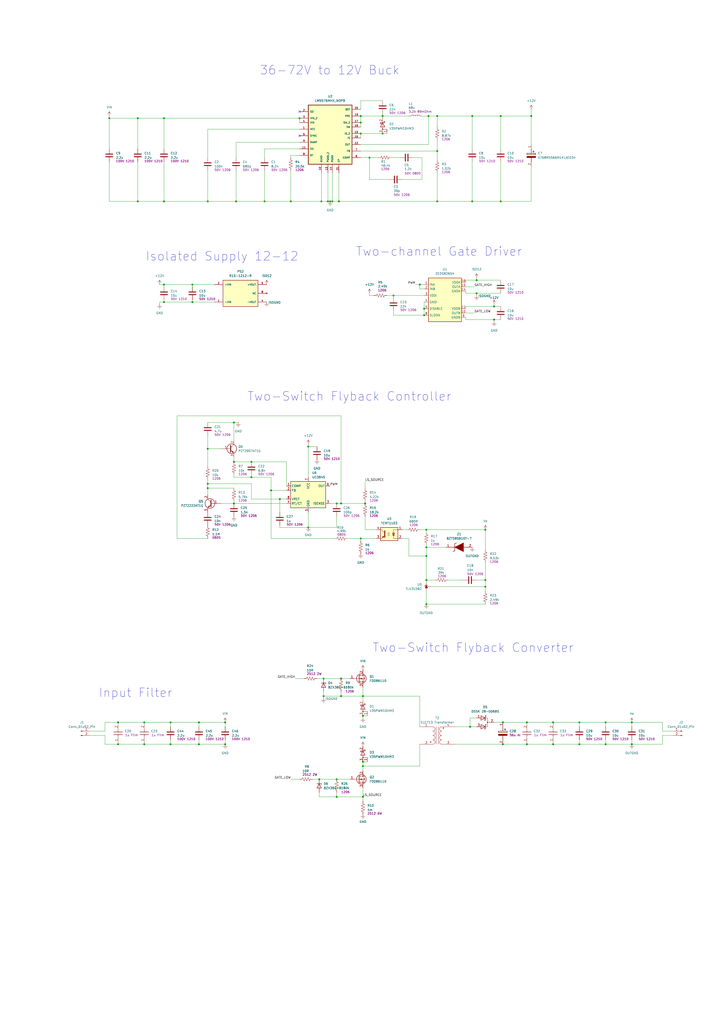
<source format=kicad_sch>
(kicad_sch (version 20231120) (generator "eeschema") (generator_version "8.0")
  (paper "A2" portrait)
  (junction (at 281.94 307.34))
  (junction (at 198.12 393.7))
  (junction (at 111.76 165.1))
  (junction (at 95.25 175.26))
  (junction (at 281.94 340.36))
  (junction (at 111.76 175.26))
  (junction (at 135.89 292.1))
  (junction (at 254 87.63))
  (junction (at 209.55 77.47))
  (junction (at 246.38 179.07))
  (junction (at 273.05 421.64))
  (junction (at 321.31 431.8))
  (junction (at 210.82 415.29))
  (junction (at 198.12 403.86))
  (junction (at 222.25 77.47))
  (junction (at 254 67.31))
  (junction (at 247.65 322.58))
  (junction (at 153.67 116.84))
  (junction (at 83.82 419.1))
  (junction (at 195.58 292.1))
  (junction (at 95.25 68.58))
  (junction (at 281.94 336.55))
  (junction (at 99.06 419.1))
  (junction (at 120.65 116.84))
  (junction (at 276.86 170.18))
  (junction (at 367.03 419.1))
  (junction (at 351.79 431.8))
  (junction (at 287.02 185.42))
  (junction (at 351.79 419.1))
  (junction (at 336.55 431.8))
  (junction (at 157.48 284.48))
  (junction (at 306.07 431.8))
  (junction (at 115.57 419.1))
  (junction (at 63.5 68.58))
  (junction (at 68.58 431.8))
  (junction (at 336.55 419.1))
  (junction (at 210.82 462.28))
  (junction (at 120.65 260.35))
  (junction (at 179.07 259.08))
  (junction (at 247.65 317.5))
  (junction (at 193.04 116.84))
  (junction (at 308.61 67.31))
  (junction (at 187.96 393.7))
  (junction (at 292.1 431.8))
  (junction (at 290.83 116.84))
  (junction (at 210.82 403.86))
  (junction (at 187.96 403.86))
  (junction (at 274.32 67.31))
  (junction (at 168.91 116.84))
  (junction (at 247.65 350.52))
  (junction (at 214.63 91.44))
  (junction (at 254 116.84))
  (junction (at 195.58 462.28))
  (junction (at 179.07 306.07))
  (junction (at 146.05 276.86))
  (junction (at 99.06 431.8))
  (junction (at 95.25 116.84))
  (junction (at 130.81 431.8))
  (junction (at 290.83 67.31))
  (junction (at 186.69 116.84))
  (junction (at 212.09 292.1))
  (junction (at 173.99 68.58))
  (junction (at 274.32 116.84))
  (junction (at 247.65 336.55))
  (junction (at 185.42 452.12))
  (junction (at 195.58 452.12))
  (junction (at 162.56 289.56))
  (junction (at 115.57 431.8))
  (junction (at 209.55 71.12))
  (junction (at 247.65 307.34))
  (junction (at 120.65 280.67))
  (junction (at 137.16 116.84))
  (junction (at 276.86 162.56))
  (junction (at 135.89 245.11))
  (junction (at 292.1 419.1))
  (junction (at 191.77 116.84))
  (junction (at 83.82 431.8))
  (junction (at 146.05 267.97))
  (junction (at 222.25 67.31))
  (junction (at 198.12 292.1))
  (junction (at 287.02 177.8))
  (junction (at 321.31 419.1))
  (junction (at 120.65 283.21))
  (junction (at 228.6 171.45))
  (junction (at 209.55 67.31))
  (junction (at 210.82 444.5))
  (junction (at 95.25 165.1))
  (junction (at 210.82 441.96))
  (junction (at 80.01 68.58))
  (junction (at 80.01 116.84))
  (junction (at 367.03 431.8))
  (junction (at 196.85 116.84))
  (junction (at 306.07 419.1))
  (junction (at 243.84 165.1))
  (junction (at 248.92 67.31))
  (junction (at 246.38 182.88))
  (junction (at 130.81 419.1))
  (junction (at 209.55 312.42))
  (junction (at 68.58 419.1))
  (junction (at 190.5 116.84))
  (junction (at 135.89 267.97))
  (no_connect (at 173.99 78.74))
  (no_connect (at 173.99 64.77))
  (wire (pts (xy 247.65 316.23) (xy 247.65 317.5)))
  (wire (pts (xy 247.65 307.34) (xy 243.84 307.34)))
  (wire (pts (xy 287.02 186.69) (xy 287.02 185.42)))
  (wire (pts (xy 336.55 429.26) (xy 336.55 431.8)))
  (wire (pts (xy 173.99 90.17) (xy 168.91 90.17)))
  (wire (pts (xy 237.49 322.58) (xy 247.65 322.58)))
  (wire (pts (xy 247.65 350.52) (xy 247.65 342.9)))
  (wire (pts (xy 351.79 419.1) (xy 351.79 421.64)))
  (wire (pts (xy 247.65 307.34) (xy 281.94 307.34)))
  (wire (pts (xy 193.04 116.84) (xy 196.85 116.84)))
  (wire (pts (xy 120.65 260.35) (xy 128.27 260.35)))
  (wire (pts (xy 162.56 289.56) (xy 146.05 289.56)))
  (wire (pts (xy 186.69 116.84) (xy 190.5 116.84)))
  (wire (pts (xy 187.96 393.7) (xy 198.12 393.7)))
  (wire (pts (xy 80.01 68.58) (xy 63.5 68.58)))
  (wire (pts (xy 245.11 104.14) (xy 245.11 91.44)))
  (wire (pts (xy 135.89 276.86) (xy 135.89 275.59)))
  (wire (pts (xy 157.48 312.42) (xy 157.48 284.48)))
  (wire (pts (xy 243.84 403.86) (xy 210.82 403.86)))
  (wire (pts (xy 185.42 462.28) (xy 185.42 459.74)))
  (wire (pts (xy 120.65 280.67) (xy 120.65 283.21)))
  (wire (pts (xy 270.51 177.8) (xy 287.02 177.8)))
  (wire (pts (xy 198.12 241.3) (xy 198.12 292.1)))
  (wire (pts (xy 336.55 431.8) (xy 321.31 431.8)))
  (wire (pts (xy 187.96 403.86) (xy 187.96 401.32)))
  (wire (pts (xy 137.16 82.55) (xy 137.16 91.44)))
  (wire (pts (xy 201.93 312.42) (xy 209.55 312.42)))
  (wire (pts (xy 173.99 86.36) (xy 153.67 86.36)))
  (wire (pts (xy 191.77 116.84) (xy 193.04 116.84)))
  (wire (pts (xy 209.55 67.31) (xy 209.55 71.12)))
  (wire (pts (xy 153.67 116.84) (xy 137.16 116.84)))
  (wire (pts (xy 168.91 452.12) (xy 173.99 452.12)))
  (wire (pts (xy 146.05 289.56) (xy 146.05 280.67)))
  (wire (pts (xy 135.89 245.11) (xy 120.65 245.11)))
  (wire (pts (xy 243.84 444.5) (xy 210.82 444.5)))
  (wire (pts (xy 166.37 267.97) (xy 146.05 267.97)))
  (wire (pts (xy 166.37 281.94) (xy 166.37 267.97)))
  (wire (pts (xy 241.3 165.1) (xy 243.84 165.1)))
  (wire (pts (xy 52.07 426.72) (xy 60.96 426.72)))
  (wire (pts (xy 95.25 165.1) (xy 95.25 166.37)))
  (wire (pts (xy 247.65 308.61) (xy 247.65 307.34)))
  (wire (pts (xy 153.67 99.06) (xy 153.67 116.84)))
  (wire (pts (xy 274.32 67.31) (xy 290.83 67.31)))
  (wire (pts (xy 195.58 452.12) (xy 203.2 452.12)))
  (wire (pts (xy 209.55 312.42) (xy 209.55 313.69)))
  (wire (pts (xy 120.65 260.35) (xy 120.65 270.51)))
  (wire (pts (xy 321.31 431.8) (xy 306.07 431.8)))
  (wire (pts (xy 228.6 171.45) (xy 228.6 172.72)))
  (wire (pts (xy 210.82 403.86) (xy 210.82 406.4)))
  (wire (pts (xy 384.81 424.18) (xy 384.81 419.1)))
  (wire (pts (xy 264.16 421.64) (xy 273.05 421.64)))
  (wire (pts (xy 209.55 63.5) (xy 209.55 58.42)))
  (wire (pts (xy 210.82 441.96) (xy 213.36 441.96)))
  (wire (pts (xy 254 67.31) (xy 254 73.66)))
  (wire (pts (xy 63.5 93.98) (xy 63.5 116.84)))
  (wire (pts (xy 135.89 265.43) (xy 135.89 267.97)))
  (wire (pts (xy 308.61 96.52) (xy 308.61 116.84)))
  (wire (pts (xy 367.03 419.1) (xy 367.03 421.64)))
  (wire (pts (xy 212.09 279.4) (xy 212.09 283.21)))
  (wire (pts (xy 243.84 431.8) (xy 243.84 444.5)))
  (wire (pts (xy 120.65 278.13) (xy 120.65 280.67)))
  (wire (pts (xy 135.89 292.1) (xy 166.37 292.1)))
  (wire (pts (xy 248.92 67.31) (xy 254 67.31)))
  (wire (pts (xy 102.87 312.42) (xy 102.87 241.3)))
  (wire (pts (xy 292.1 419.1) (xy 306.07 419.1)))
  (wire (pts (xy 190.5 116.84) (xy 191.77 116.84)))
  (wire (pts (xy 187.96 405.13) (xy 187.96 403.86)))
  (wire (pts (xy 168.91 99.06) (xy 168.91 116.84)))
  (wire (pts (xy 179.07 259.08) (xy 179.07 276.86)))
  (wire (pts (xy 281.94 326.39) (xy 281.94 336.55)))
  (wire (pts (xy 209.55 91.44) (xy 214.63 91.44)))
  (wire (pts (xy 166.37 289.56) (xy 162.56 289.56)))
  (wire (pts (xy 237.49 312.42) (xy 237.49 322.58)))
  (wire (pts (xy 111.76 175.26) (xy 124.46 175.26)))
  (wire (pts (xy 384.81 426.72) (xy 384.81 431.8)))
  (wire (pts (xy 212.09 299.72) (xy 212.09 307.34)))
  (wire (pts (xy 83.82 419.1) (xy 68.58 419.1)))
  (wire (pts (xy 198.12 393.7) (xy 203.2 393.7)))
  (wire (pts (xy 210.82 441.96) (xy 210.82 444.5)))
  (wire (pts (xy 102.87 241.3) (xy 198.12 241.3)))
  (wire (pts (xy 60.96 419.1) (xy 68.58 419.1)))
  (wire (pts (xy 270.51 166.37) (xy 275.59 166.37)))
  (wire (pts (xy 162.56 306.07) (xy 179.07 306.07)))
  (wire (pts (xy 246.38 167.64) (xy 243.84 167.64)))
  (wire (pts (xy 210.82 462.28) (xy 195.58 462.28)))
  (wire (pts (xy 190.5 100.33) (xy 190.5 116.84)))
  (wire (pts (xy 233.68 307.34) (xy 236.22 307.34)))
  (wire (pts (xy 367.03 419.1) (xy 351.79 419.1)))
  (wire (pts (xy 290.83 185.42) (xy 287.02 185.42)))
  (wire (pts (xy 246.38 179.07) (xy 246.38 182.88)))
  (wire (pts (xy 290.83 162.56) (xy 276.86 162.56)))
  (wire (pts (xy 275.59 181.61) (xy 270.51 181.61)))
  (wire (pts (xy 95.25 175.26) (xy 111.76 175.26)))
  (wire (pts (xy 274.32 116.84) (xy 290.83 116.84)))
  (wire (pts (xy 226.06 104.14) (xy 214.63 104.14)))
  (wire (pts (xy 99.06 429.26) (xy 99.06 431.8)))
  (wire (pts (xy 168.91 90.17) (xy 168.91 91.44)))
  (wire (pts (xy 198.12 292.1) (xy 212.09 292.1)))
  (wire (pts (xy 95.25 165.1) (xy 111.76 165.1)))
  (wire (pts (xy 273.05 416.56) (xy 273.05 421.64)))
  (wire (pts (xy 260.35 336.55) (xy 269.24 336.55)))
  (wire (pts (xy 391.16 424.18) (xy 384.81 424.18)))
  (wire (pts (xy 222.25 67.31) (xy 209.55 67.31)))
  (wire (pts (xy 250.19 340.36) (xy 281.94 340.36)))
  (wire (pts (xy 171.45 393.7) (xy 176.53 393.7)))
  (wire (pts (xy 99.06 431.8) (xy 83.82 431.8)))
  (wire (pts (xy 246.38 171.45) (xy 228.6 171.45)))
  (wire (pts (xy 254 67.31) (xy 274.32 67.31)))
  (wire (pts (xy 146.05 276.86) (xy 135.89 276.86)))
  (wire (pts (xy 276.86 336.55) (xy 281.94 336.55)))
  (wire (pts (xy 290.83 93.98) (xy 290.83 116.84)))
  (wire (pts (xy 111.76 173.99) (xy 111.76 175.26)))
  (wire (pts (xy 209.55 71.12) (xy 209.55 73.66)))
  (wire (pts (xy 209.55 58.42) (xy 222.25 58.42)))
  (wire (pts (xy 209.55 77.47) (xy 209.55 80.01)))
  (wire (pts (xy 179.07 257.81) (xy 179.07 259.08)))
  (wire (pts (xy 60.96 424.18) (xy 60.96 419.1)))
  (wire (pts (xy 351.79 429.26) (xy 351.79 431.8)))
  (wire (pts (xy 99.06 419.1) (xy 99.06 421.64)))
  (wire (pts (xy 336.55 419.1) (xy 351.79 419.1)))
  (wire (pts (xy 367.03 431.8) (xy 351.79 431.8)))
  (wire (pts (xy 240.03 91.44) (xy 245.11 91.44)))
  (wire (pts (xy 247.65 336.55) (xy 252.73 336.55)))
  (wire (pts (xy 290.83 116.84) (xy 308.61 116.84)))
  (wire (pts (xy 306.07 419.1) (xy 321.31 419.1)))
  (wire (pts (xy 179.07 297.18) (xy 179.07 306.07)))
  (wire (pts (xy 195.58 292.1) (xy 198.12 292.1)))
  (wire (pts (xy 95.25 68.58) (xy 95.25 86.36)))
  (wire (pts (xy 153.67 86.36) (xy 153.67 91.44)))
  (wire (pts (xy 227.33 91.44) (xy 232.41 91.44)))
  (wire (pts (xy 68.58 431.8) (xy 83.82 431.8)))
  (wire (pts (xy 135.89 290.83) (xy 135.89 292.1)))
  (wire (pts (xy 166.37 284.48) (xy 157.48 284.48)))
  (wire (pts (xy 270.51 185.42) (xy 287.02 185.42)))
  (wire (pts (xy 276.86 161.29) (xy 276.86 162.56)))
  (wire (pts (xy 212.09 307.34) (xy 218.44 307.34)))
  (wire (pts (xy 157.48 284.48) (xy 157.48 276.86)))
  (wire (pts (xy 209.55 77.47) (xy 222.25 77.47)))
  (wire (pts (xy 308.61 83.82) (xy 308.61 67.31)))
  (wire (pts (xy 181.61 452.12) (xy 185.42 452.12)))
  (wire (pts (xy 135.89 245.11) (xy 138.43 245.11)))
  (wire (pts (xy 247.65 317.5) (xy 247.65 322.58)))
  (wire (pts (xy 273.05 421.64) (xy 276.86 421.64)))
  (wire (pts (xy 128.27 292.1) (xy 135.89 292.1)))
  (wire (pts (xy 243.84 165.1) (xy 246.38 165.1)))
  (wire (pts (xy 198.12 401.32) (xy 198.12 403.86)))
  (wire (pts (xy 270.51 177.8) (xy 270.51 179.07)))
  (wire (pts (xy 146.05 280.67) (xy 120.65 280.67)))
  (wire (pts (xy 63.5 68.58) (xy 63.5 67.31)))
  (wire (pts (xy 276.86 162.56) (xy 270.51 162.56)))
  (wire (pts (xy 80.01 68.58) (xy 80.01 86.36)))
  (wire (pts (xy 391.16 426.72) (xy 384.81 426.72)))
  (wire (pts (xy 210.82 462.28) (xy 210.82 464.82)))
  (wire (pts (xy 287.02 176.53) (xy 287.02 177.8)))
  (wire (pts (xy 52.07 424.18) (xy 60.96 424.18)))
  (wire (pts (xy 99.06 419.1) (xy 115.57 419.1)))
  (wire (pts (xy 281.94 340.36) (xy 281.94 342.9)))
  (wire (pts (xy 247.65 336.55) (xy 247.65 337.82)))
  (wire (pts (xy 95.25 116.84) (xy 120.65 116.84)))
  (wire (pts (xy 146.05 276.86) (xy 146.05 275.59)))
  (wire (pts (xy 99.06 419.1) (xy 83.82 419.1)))
  (wire (pts (xy 60.96 431.8) (xy 68.58 431.8)))
  (wire (pts (xy 210.82 444.5) (xy 210.82 447.04)))
  (wire (pts (xy 63.5 68.58) (xy 63.5 86.36)))
  (wire (pts (xy 233.68 104.14) (xy 245.11 104.14)))
  (wire (pts (xy 120.65 283.21) (xy 120.65 287.02)))
  (wire (pts (xy 214.63 91.44) (xy 219.71 91.44)))
  (wire (pts (xy 290.83 67.31) (xy 290.83 86.36)))
  (wire (pts (xy 270.51 162.56) (xy 270.51 163.83)))
  (wire (pts (xy 274.32 86.36) (xy 274.32 67.31)))
  (wire (pts (xy 246.38 175.26) (xy 246.38 179.07)))
  (wire (pts (xy 137.16 116.84) (xy 120.65 116.84)))
  (wire (pts (xy 217.17 171.45) (xy 214.63 171.45)))
  (wire (pts (xy 179.07 259.08) (xy 184.15 259.08)))
  (wire (pts (xy 222.25 66.04) (xy 222.25 67.31)))
  (wire (pts (xy 185.42 452.12) (xy 195.58 452.12)))
  (wire (pts (xy 63.5 116.84) (xy 80.01 116.84)))
  (wire (pts (xy 233.68 312.42) (xy 237.49 312.42)))
  (wire (pts (xy 195.58 462.28) (xy 185.42 462.28)))
  (wire (pts (xy 276.86 171.45) (xy 276.86 170.18)))
  (wire (pts (xy 281.94 336.55) (xy 281.94 340.36)))
  (wire (pts (xy 336.55 421.64) (xy 336.55 419.1)))
  (wire (pts (xy 210.82 415.29) (xy 213.36 415.29)))
  (wire (pts (xy 196.85 116.84) (xy 254 116.84)))
  (wire (pts (xy 80.01 93.98) (xy 80.01 116.84)))
  (wire (pts (xy 173.99 68.58) (xy 95.25 68.58)))
  (wire (pts (xy 243.84 167.64) (xy 243.84 165.1)))
  (wire (pts (xy 248.92 83.82) (xy 248.92 67.31)))
  (wire (pts (xy 209.55 83.82) (xy 248.92 83.82)))
  (wire (pts (xy 135.89 283.21) (xy 120.65 283.21)))
  (wire (pts (xy 247.65 350.52) (xy 281.94 350.52)))
  (wire (pts (xy 168.91 116.84) (xy 186.69 116.84)))
  (wire (pts (xy 120.65 252.73) (xy 120.65 260.35)))
  (wire (pts (xy 214.63 171.45) (xy 214.63 170.18)))
  (wire (pts (xy 120.65 312.42) (xy 102.87 312.42)))
  (wire (pts (xy 95.25 173.99) (xy 95.25 175.26)))
  (wire (pts (xy 264.16 431.8) (xy 292.1 431.8)))
  (wire (pts (xy 222.25 77.47) (xy 224.79 77.47)))
  (wire (pts (xy 173.99 68.58) (xy 173.99 71.12)))
  (wire (pts (xy 191.77 292.1) (xy 195.58 292.1)))
  (wire (pts (xy 186.69 100.33) (xy 186.69 116.84)))
  (wire (pts (xy 214.63 104.14) (xy 214.63 91.44)))
  (wire (pts (xy 276.86 170.18) (xy 270.51 170.18)))
  (wire (pts (xy 367.03 429.26) (xy 367.03 431.8)))
  (wire (pts (xy 115.57 429.26) (xy 115.57 431.8)))
  (wire (pts (xy 308.61 67.31) (xy 308.61 63.5)))
  (wire (pts (xy 195.58 459.74) (xy 195.58 462.28)))
  (wire (pts (xy 270.51 185.42) (xy 270.51 184.15)))
  (wire (pts (xy 287.02 419.1) (xy 292.1 419.1)))
  (wire (pts (xy 157.48 276.86) (xy 146.05 276.86)))
  (wire (pts (xy 254 100.33) (xy 254 116.84)))
  (wire (pts (xy 80.01 116.84) (xy 95.25 116.84)))
  (wire (pts (xy 243.84 421.64) (xy 243.84 403.86)))
  (wire (pts (xy 247.65 317.5) (xy 259.08 317.5)))
  (wire (pts (xy 228.6 180.34) (xy 228.6 182.88)))
  (wire (pts (xy 222.25 68.58) (xy 222.25 67.31)))
  (wire (pts (xy 254 87.63) (xy 254 92.71)))
  (wire (pts (xy 146.05 267.97) (xy 135.89 267.97)))
  (wire (pts (xy 321.31 419.1) (xy 336.55 419.1)))
  (wire (pts (xy 210.82 457.2) (xy 210.82 462.28)))
  (wire (pts (xy 130.81 419.1) (xy 115.57 419.1)))
  (wire (pts (xy 306.07 431.8) (xy 292.1 431.8)))
  (wire (pts (xy 248.92 67.31) (xy 245.11 67.31)))
  (wire (pts (xy 210.82 416.56) (xy 210.82 415.29)))
  (wire (pts (xy 276.86 170.18) (xy 290.83 170.18)))
  (wire (pts (xy 210.82 398.78) (xy 210.82 403.86)))
  (wire (pts (xy 290.83 177.8) (xy 287.02 177.8)))
  (wire (pts (xy 137.16 99.06) (xy 137.16 116.84)))
  (wire (pts (xy 95.25 175.26) (xy 92.71 175.26)))
  (wire (pts (xy 274.32 116.84) (xy 254 116.84)))
  (wire (pts (xy 210.82 403.86) (xy 198.12 403.86)))
  (wire (pts (xy 92.71 176.53) (xy 92.71 175.26)))
  (wire (pts (xy 209.55 87.63) (xy 254 87.63)))
  (wire (pts (xy 212.09 290.83) (xy 212.09 292.1)))
  (wire (pts (xy 196.85 100.33) (xy 196.85 116.84)))
  (wire (pts (xy 281.94 307.34) (xy 281.94 318.77)))
  (wire (pts (xy 92.71 165.1) (xy 95.25 165.1)))
  (wire (pts (xy 228.6 182.88) (xy 246.38 182.88)))
  (wire (pts (xy 120.65 116.84) (xy 120.65 99.06)))
  (wire (pts (xy 168.91 116.84) (xy 153.67 116.84)))
  (wire (pts (xy 195.58 299.72) (xy 195.58 306.07)))
  (wire (pts (xy 193.04 100.33) (xy 193.04 116.84)))
  (wire (pts (xy 120.65 74.93) (xy 120.65 91.44)))
  (wire (pts (xy 290.83 67.31) (xy 308.61 67.31)))
  (wire (pts (xy 130.81 431.8) (xy 115.57 431.8)))
  (wire (pts (xy 224.79 171.45) (xy 228.6 171.45)))
  (wire (pts (xy 384.81 431.8) (xy 367.03 431.8)))
  (wire (pts (xy 254 81.28) (xy 254 87.63)))
  (wire (pts (xy 194.31 312.42) (xy 157.48 312.42)))
  (wire (pts (xy 111.76 165.1) (xy 111.76 166.37)))
  (wire (pts (xy 111.76 165.1) (xy 124.46 165.1)))
  (wire (pts (xy 130.81 431.8) (xy 130.81 429.26)))
  (wire (pts (xy 60.96 426.72) (xy 60.96 431.8)))
  (wire (pts (xy 115.57 419.1) (xy 115.57 421.64)))
  (wire (pts (xy 273.05 416.56) (xy 276.86 416.56)))
  (wire (pts (xy 384.81 419.1) (xy 367.03 419.1)))
  (wire (pts (xy 162.56 289.56) (xy 162.56 297.18)))
  (wire (pts (xy 135.89 255.27) (xy 135.89 245.11)))
  (wire (pts (xy 173.99 82.55) (xy 137.16 82.55)))
  (wire (pts (xy 198.12 403.86) (xy 187.96 403.86)))
  (wire (pts (xy 195.58 306.07) (xy 179.07 306.07)))
  (wire (pts (xy 95.25 68.58) (xy 80.01 68.58)))
  (wire (pts (xy 222.25 67.31) (xy 237.49 67.31)))
  (wire (pts (xy 184.15 393.7) (xy 187.96 393.7)))
  (wire (pts (xy 130.81 419.1) (xy 130.81 421.64)))
  (wire (pts (xy 173.99 74.93) (xy 120.65 74.93)))
  (wire (pts (xy 274.32 93.98) (xy 274.32 116.84)))
  (wire (pts (xy 209.55 312.42) (xy 218.44 312.42)))
  (wire (pts (xy 351.79 431.8) (xy 336.55 431.8)))
  (wire (pts (xy 95.25 93.98) (xy 95.25 116.84)))
  (wire (pts (xy 115.57 431.8) (xy 99.06 431.8)))
  (wire (pts (xy 270.51 170.18) (xy 270.51 168.91)))
  (wire (pts (xy 162.56 304.8) (xy 162.56 306.07)))
  (wire (pts (xy 247.65 322.58) (xy 247.65 336.55)))
  (circle (center 250.19 430.53) (radius 0.254) (stroke (width 0) (color 132 0 0 1)) (fill (type color) (color 132 0 0 1)))
  (circle (center 257.556 422.402) (radius 0.254) (stroke (width 0) (color 132 0 0 1)) (fill (type color) (color 132 0 0 1)))
  (text "Isolated Supply 12-12" (at 129.032 148.844 0) (effects (font (size 5.08 5.08))))
  (text "Two-Switch Flyback Converter" (at 274.828 375.92 0) (effects (font (size 5.08 5.08))))
  (text "Two-Switch Flyback Controller" (at 202.946 230.124 0) (effects (font (size 5.08 5.08))))
  (text "36-72V to 12V Buck" (at 191.516 40.894 0) (effects (font (size 5.08 5.08))))
  (text "Two-channel Gate Driver\n" (at 255.016 146.05 0) (effects (font (size 5.08 5.08))))
  (text "Input Filter" (at 78.74 402.082 0) (effects (font (size 5.08 5.08))))
  (label "GATE_LOW" (at 168.91 452.12 180))
  (label "PWM" (at 191.77 281.94 0))
  (label "PWM" (at 241.3 165.1 180))
  (label "LS_SOURCE" (at 212.09 279.4 0))
  (label "GATE_HIGH" (at 171.45 393.7 180))
  (label "LS_SOURCE" (at 210.82 462.28 0))
  (label "GATE_LOW" (at 275.59 181.61 0))
  (label "GATE_HIGH" (at 275.59 166.37 0))
  (symbol (lib_id "Device:Transformer_1P_1S") (at 254 426.72 0) (unit 1)
    (property "Reference" "T2" (at 254.0127 416.56 0))
    (property "Value" "ELE713 Transformer" (at 254.0127 419.1 0))
    (property "Footprint" "powerlabLibrary:ETD39_coilformer" (effects (hide yes)))
    (property "Description" "Transformer, single primary, single secondary" (effects (hide yes)))
  )
  (symbol (lib_id "Device:R_US") (at 210.82 468.63 0) (unit 1)
    (property "Reference" "R10" (at 213.36 467.3599 0) (effects (justify left)))
    (property "Value" "4m" (at 213.36 469.8999 0) (effects (justify left)))
    (property "Footprint" "Resistor_SMD:R_2512_6332Metric_Pad1.40x3.35mm_HandSolder" (effects (hide yes)))
    (property "Description" "2512 6W" (at 217.678 471.932 0))
  )
  (symbol (lib_id "Device:C") (at 153.67 95.25 0) (unit 1)
    (property "Reference" "C1" (at 157.48 93.9799 0) (effects (justify left)))
    (property "Value" "8.2n" (at 157.48 96.5199 0) (effects (justify left)))
    (property "Footprint" "Capacitor_SMD:C_1206_3216Metric_Pad1.33x1.80mm_HandSolder" (effects (hide yes)))
    (property "Description" "50V 1206" (at 162.306 98.552 0))
  )
  (symbol (lib_id "Device:R_US") (at 120.65 308.61 0) (unit 1)
    (property "Reference" "R12" (at 123.19 307.3399 0) (effects (justify left)))
    (property "Value" "1.1M" (at 123.19 309.8799 0) (effects (justify left)))
    (property "Footprint" "Resistor_SMD:R_0805_2012Metric_Pad1.20x1.40mm_HandSolder" (effects (hide yes)))
    (property "Description" "0805" (at 125.73 311.912 0))
  )
  (symbol (lib_id "power:GNDREF") (at 210.82 416.56 0) (unit 1)
    (property "Reference" "#PWR027" (effects (hide yes)))
    (property "Value" "GND" (at 210.82 421.64 0))
    (property "Description" "Power symbol creates a global label with name \"GNDREF\" , reference supply ground" (effects (hide yes)))
  )
  (symbol (lib_id "Device:C") (at 367.03 425.45 0) (unit 1)
    (property "Reference" "C31" (at 370.84 424.1799 0) (effects (justify left)))
    (property "Value" "10u" (at 370.84 426.7199 0) (effects (justify left)))
    (property "Footprint" "Capacitor_SMD:C_1210_3225Metric_Pad1.33x2.70mm_HandSolder" (effects (hide yes)))
    (property "Datasheet" "https://weblib.samsungsem.com/mlcc/mlcc-ec-data-sheet.do?partNumber=CL32Y226KAVVPN" (effects (hide yes)))
    (property "Description" "50V 1210" (at 375.666 428.752 0))
  )
  (symbol (lib_id "Device:C") (at 63.5 90.17 0) (unit 1)
    (property "Reference" "C9" (at 67.31 88.8999 0) (effects (justify left)))
    (property "Value" "2.2u" (at 67.31 91.4399 0) (effects (justify left)))
    (property "Footprint" "Capacitor_SMD:C_1210_3225Metric_Pad1.33x2.70mm_HandSolder" (effects (hide yes)))
    (property "Description" "100V 1210" (at 72.644 93.472 0))
  )
  (symbol (lib_id "Device:R_US") (at 168.91 95.25 0) (unit 1)
    (property "Reference" "R4" (at 171.45 93.9799 0) (effects (justify left)))
    (property "Value" "20.5k" (at 171.45 96.5199 0) (effects (justify left)))
    (property "Footprint" "Resistor_SMD:R_1206_3216Metric_Pad1.30x1.75mm_HandSolder" (effects (hide yes)))
    (property "Description" "1206" (at 173.99 98.552 0))
  )
  (symbol (lib_id "power:GNDREF") (at 179.07 306.07 0) (unit 1)
    (property "Reference" "#PWR011" (effects (hide yes)))
    (property "Value" "GND" (at 179.07 310.388 0))
    (property "Description" "Power symbol creates a global label with name \"GNDREF\" , reference supply ground" (effects (hide yes)))
  )
  (symbol (lib_id "Device:R_US") (at 220.98 171.45 90) (unit 1)
    (property "Reference" "R5" (at 222.25 163.83 90) (effects (justify left)))
    (property "Value" "2.49k" (at 225.044 166.1161 90) (effects (justify left)))
    (property "Footprint" "Resistor_SMD:R_1206_3216Metric_Pad1.30x1.75mm_HandSolder" (effects (hide yes)))
    (property "Description" "1206" (at 221.996 168.4021 90))
  )
  (symbol (lib_id "Device:R_US") (at 254 96.52 0) (unit 1)
    (property "Reference" "R3" (at 256.54 95.2499 0) (effects (justify left)))
    (property "Value" "1.02k" (at 256.54 97.7899 0) (effects (justify left)))
    (property "Footprint" "Resistor_SMD:R_1206_3216Metric_Pad1.30x1.75mm_HandSolder" (effects (hide yes)))
    (property "Description" "1206" (at 259.08 99.822 0))
  )
  (symbol (lib_id "power:VDC") (at 130.81 419.1 0) (unit 1)
    (property "Reference" "#PWR018" (effects (hide yes)))
    (property "Value" "VIN" (at 130.81 414.02 0))
    (property "Description" "Power symbol creates a global label with name \"VDC\"" (effects (hide yes)))
  )
  (symbol (lib_id "powerlabLibrary:R82EC4100DQ70J") (at 83.82 431.8 90) (unit 1)
    (property "Reference" "C23" (at 87.63 424.1799 90) (effects (justify right)))
    (property "Value" "R82EC4100DQ70J" (effects (hide yes)))
    (property "Footprint" "powerlabLibrary:R82EC4100DQ70J" (effects (hide yes)))
    (property "Datasheet" "https://content.kemet.com/datasheets/KEM_F3101_R82.pdf" (effects (hide yes)))
    (property "Description" "1u Film" (at 91.694 426.466 90))
    (property "Height" "11" (effects (hide yes)))
    (property "Manufacturer_Name" "KEMET" (effects (hide yes)))
    (property "Manufacturer_Part_Number" "R82EC4100DQ70J" (effects (hide yes)))
    (property "Mouser Part Number" "80-R82EC4100DQ70J" (effects (hide yes)))
    (property "Mouser Price/Stock" "https://www.mouser.co.uk/ProductDetail/KEMET/R82EC4100DQ70J?qs=06HLYMEcjuWQy8lv4UI%252BQg%3D%3D" (effects (hide yes)))
    (property "Arrow Part Number" "R82EC4100DQ70J" (effects (hide yes)))
    (property "Arrow Price/Stock" "https://www.arrow.com/en/products/r82ec4100dq70j/kemet-corporation?region=nac" (effects (hide yes)))
  )
  (symbol (lib_id "Device:R_US") (at 209.55 317.5 0) (unit 1)
    (property "Reference" "R6" (at 212.09 316.2299 0) (effects (justify left)))
    (property "Value" "1k" (at 212.09 318.7699 0) (effects (justify left)))
    (property "Footprint" "Resistor_SMD:R_1206_3216Metric_Pad1.30x1.75mm_HandSolder" (effects (hide yes)))
    (property "Description" "1206" (at 214.63 320.802 0))
  )
  (symbol (lib_id "power:+12V") (at 214.63 170.18 0) (unit 1)
    (property "Reference" "#PWR08" (effects (hide yes)))
    (property "Value" "+12V" (at 214.63 165.1 0))
    (property "Description" "Power symbol creates a global label with name \"+12V\"" (effects (hide yes)))
  )
  (symbol (lib_id "power:GNDREF") (at 184.15 266.7 0) (unit 1)
    (property "Reference" "#PWR020" (effects (hide yes)))
    (property "Value" "GND" (at 184.15 271.78 0))
    (property "Description" "Power symbol creates a global label with name \"GNDREF\" , reference supply ground" (effects (hide yes)))
  )
  (symbol (lib_id "power:GNDREF") (at 138.43 245.11 0) (unit 1)
    (property "Reference" "#PWR012" (effects (hide yes)))
    (property "Value" "GND" (at 138.43 250.19 0))
    (property "Description" "Power symbol creates a global label with name \"GNDREF\" , reference supply ground" (effects (hide yes)))
  )
  (symbol (lib_id "Device:C") (at 195.58 295.91 0) (unit 1)
    (property "Reference" "C26" (at 199.39 294.6399 0) (effects (justify left)))
    (property "Value" "100p" (at 199.39 297.1799 0) (effects (justify left)))
    (property "Footprint" "Capacitor_SMD:C_1206_3216Metric_Pad1.33x1.80mm_HandSolder" (effects (hide yes)))
    (property "Description" "50V 1206" (at 204.216 299.212 0))
  )
  (symbol (lib_id "powerlabLibrary:BZX384-B15") (at 187.96 397.51 270) (unit 1)
    (property "Reference" "D4" (at 190.5 396.2399 90) (effects (justify left)))
    (property "Value" "BZX384-B15" (at 190.5 398.7799 90) (effects (justify left)))
    (property "Footprint" "Diode_SMD:D_SOD-323_HandSoldering" (effects (hide yes)))
    (property "Datasheet" "https://assets.nexperia.com/documents/data-sheet/BZX384_SER.pdf" (effects (hide yes)))
    (property "Description" "Zener Diode 15 V 300 mW SOD-323" (effects (hide yes)))
  )
  (symbol (lib_id "powerlabLibrary:PZT2222AT1G") (at 123.19 292.1 0) (mirror y) (unit 1)
    (property "Reference" "Q5" (at 118.11 290.8299 0) (effects (justify left)))
    (property "Value" "PZT2222AT1G" (at 118.11 293.3699 0) (effects (justify left)))
    (property "Footprint" "Package_TO_SOT_SMD:SOT-223-3_TabPin2" (effects (hide yes)))
    (property "Datasheet" "https://www.onsemi.com/pdf/datasheet/pzt2222at1-d.pdf" (effects (hide yes)))
    (property "Description" "NPN transistor, 2222" (effects (hide yes)))
  )
  (symbol (lib_id "Device:R_US") (at 135.89 271.78 0) (unit 1)
    (property "Reference" "R7" (at 138.43 270.5099 0) (effects (justify left)))
    (property "Value" "10k" (at 138.43 273.0499 0) (effects (justify left)))
    (property "Footprint" "Resistor_SMD:R_1206_3216Metric_Pad1.30x1.75mm_HandSolder" (effects (hide yes)))
    (property "Description" "1206" (at 140.97 275.082 0))
  )
  (symbol (lib_id "Device:C") (at 95.25 170.18 0) (unit 1)
    (property "Reference" "C14" (at 99.06 168.9099 0) (effects (justify left)))
    (property "Value" "10u" (at 99.06 171.4499 0) (effects (justify left)))
    (property "Footprint" "Capacitor_SMD:C_1210_3225Metric_Pad1.33x2.70mm_HandSolder" (effects (hide yes)))
    (property "Datasheet" "https://weblib.samsungsem.com/mlcc/mlcc-ec-data-sheet.do?partNumber=CL32Y226KAVVPN" (effects (hide yes)))
    (property "Description" "50V 1210" (at 103.886 173.482 0))
  )
  (symbol (lib_id "Device:R_US") (at 223.52 91.44 90) (unit 1)
    (property "Reference" "R1" (at 224.028 93.726 90) (effects (justify left)))
    (property "Value" "46.4k" (at 226.822 96.012 90) (effects (justify left)))
    (property "Footprint" "Resistor_SMD:R_1206_3216Metric_Pad1.30x1.75mm_HandSolder" (effects (hide yes)))
    (property "Description" "1206" (at 223.774 98.044 90))
  )
  (symbol (lib_id "Device:C") (at 99.06 425.45 0) (unit 1)
    (property "Reference" "C44" (at 102.87 424.1799 0) (effects (justify left)))
    (property "Value" "2.2u" (at 102.87 426.7199 0) (effects (justify left)))
    (property "Footprint" "Capacitor_SMD:C_1210_3225Metric_Pad1.33x2.70mm_HandSolder" (effects (hide yes)))
    (property "Description" "100V 1210" (at 108.204 428.752 0))
  )
  (symbol (lib_id "Device:C") (at 274.32 90.17 0) (unit 1)
    (property "Reference" "C8" (at 278.13 88.8999 0) (effects (justify left)))
    (property "Value" "10u" (at 278.13 91.4399 0) (effects (justify left)))
    (property "Footprint" "Capacitor_SMD:C_1210_3225Metric_Pad1.33x2.70mm_HandSolder" (effects (hide yes)))
    (property "Datasheet" "https://weblib.samsungsem.com/mlcc/mlcc-ec-data-sheet.do?partNumber=CL32Y226KAVVPN" (effects (hide yes)))
    (property "Description" "50V 1210" (at 282.956 93.472 0))
  )
  (symbol (lib_id "Device:R_US") (at 240.03 307.34 90) (unit 1)
    (property "Reference" "R19" (at 241.808 299.974 90) (effects (justify left)))
    (property "Value" "680R" (at 242.824 302.514 90) (effects (justify left)))
    (property "Footprint" "Resistor_SMD:R_1206_3216Metric_Pad1.30x1.75mm_HandSolder" (effects (hide yes)))
    (property "Description" "1206" (at 240.284 304.546 90))
  )
  (symbol (lib_id "Device:R_US") (at 135.89 287.02 0) (unit 1)
    (property "Reference" "R13" (at 138.43 285.7499 0) (effects (justify left)))
    (property "Value" "5.76k" (at 138.43 288.2899 0) (effects (justify left)))
    (property "Footprint" "Resistor_SMD:R_1206_3216Metric_Pad1.30x1.75mm_HandSolder" (effects (hide yes)))
    (property "Description" "1206" (at 140.97 290.322 0))
  )
  (symbol (lib_id "powerlabLibrary:V35PWM10HM3") (at 210.82 410.21 270) (unit 1)
    (property "Reference" "D1" (at 214.63 409.8289 90) (effects (justify left)))
    (property "Value" "V35PWM10HM3" (at 214.63 412.3689 90) (effects (justify left)))
    (property "Footprint" "Package_TO_SOT_SMD:TO-252-2" (effects (hide yes)))
    (property "Datasheet" "https://www.vishay.com/docs/87502/v35pwm10.pdf" (effects (hide yes)))
    (property "Description" "100V 35A, Ultra Low VF = 0.41 V at IF = 5 A" (effects (hide yes)))
  )
  (symbol (lib_id "Device:C") (at 146.05 271.78 0) (unit 1)
    (property "Reference" "C22" (at 149.86 270.5099 0) (effects (justify left)))
    (property "Value" "6.8n" (at 149.86 273.0499 0) (effects (justify left)))
    (property "Footprint" "Capacitor_SMD:C_1206_3216Metric_Pad1.33x1.80mm_HandSolder" (effects (hide yes)))
    (property "Description" "50V 1206" (at 154.686 275.082 0))
  )
  (symbol (lib_id "Device:C") (at 80.01 90.17 0) (unit 1)
    (property "Reference" "C11" (at 83.82 88.8999 0) (effects (justify left)))
    (property "Value" "2.2u" (at 83.82 91.4399 0) (effects (justify left)))
    (property "Footprint" "Capacitor_SMD:C_1210_3225Metric_Pad1.33x2.70mm_HandSolder" (effects (hide yes)))
    (property "Description" "100V 1210" (at 89.154 93.472 0))
  )
  (symbol (lib_id "Device:C") (at 120.65 300.99 0) (unit 1)
    (property "Reference" "C24" (at 124.46 299.7199 0) (effects (justify left)))
    (property "Value" "10n" (at 124.46 302.2599 0) (effects (justify left)))
    (property "Footprint" "Capacitor_SMD:C_1206_3216Metric_Pad1.33x1.80mm_HandSolder" (effects (hide yes)))
    (property "Description" "50V 1206" (at 129.286 304.292 0))
  )
  (symbol (lib_id "Device:C") (at 290.83 181.61 0) (unit 1)
    (property "Reference" "C16" (at 294.64 180.3399 0) (effects (justify left)))
    (property "Value" "10u" (at 294.64 182.8799 0) (effects (justify left)))
    (property "Footprint" "Capacitor_SMD:C_1210_3225Metric_Pad1.33x2.70mm_HandSolder" (effects (hide yes)))
    (property "Datasheet" "https://weblib.samsungsem.com/mlcc/mlcc-ec-data-sheet.do?partNumber=CL32Y226KAVVPN" (effects (hide yes)))
    (property "Description" "50V 1210" (at 299.466 184.912 0))
  )
  (symbol (lib_id "Device:C") (at 336.55 425.45 0) (unit 1)
    (property "Reference" "C29" (at 340.36 424.1799 0) (effects (justify left)))
    (property "Value" "10u" (at 340.36 426.7199 0) (effects (justify left)))
    (property "Footprint" "Capacitor_SMD:C_1210_3225Metric_Pad1.33x2.70mm_HandSolder" (effects (hide yes)))
    (property "Datasheet" "https://weblib.samsungsem.com/mlcc/mlcc-ec-data-sheet.do?partNumber=CL32Y226KAVVPN" (effects (hide yes)))
    (property "Description" "50V 1210" (at 345.186 428.752 0))
  )
  (symbol (lib_id "powerlabLibrary:BZT585B10T-7") (at 259.08 317.5 0) (unit 1)
    (property "Reference" "Z1" (at 266.7 309.88 0))
    (property "Value" "BZT585B10T-7" (at 266.7 312.42 0))
    (property "Footprint" "powerlabLibrary:SODFL1608X65N" (effects (hide yes)))
    (property "Datasheet" "https://www.diodes.com//assets/Datasheets/BZT585BxVxT.pdf" (effects (hide yes)))
    (property "Description" "Diodes Inc, 10V Zener Diode +/-2% 350 mW SMT 2-Pin SOD-523" (effects (hide yes)))
    (property "Height" "0.65" (effects (hide yes)))
    (property "Manufacturer_Name" "Diodes Incorporated" (effects (hide yes)))
    (property "Manufacturer_Part_Number" "BZT585B10T-7" (effects (hide yes)))
    (property "Mouser Part Number" "621-BZT585B10T-7" (effects (hide yes)))
    (property "Mouser Price/Stock" "https://www.mouser.co.uk/ProductDetail/Diodes-Incorporated/BZT585B10T-7?qs=bLNvM6dkO6SpbzFcVXTnnA%3D%3D" (effects (hide yes)))
    (property "Arrow Part Number" "BZT585B10T-7" (effects (hide yes)))
    (property "Arrow Price/Stock" "https://www.arrow.com/en/products/bzt585b10t-7/diodes-incorporated" (effects (hide yes)))
  )
  (symbol (lib_id "Device:C") (at 222.25 62.23 0) (unit 1)
    (property "Reference" "C6" (at 226.06 60.9599 0) (effects (justify left)))
    (property "Value" "22n" (at 226.06 63.4999 0) (effects (justify left)))
    (property "Footprint" "Capacitor_SMD:C_1206_3216Metric_Pad1.33x1.80mm_HandSolder" (effects (hide yes)))
    (property "Description" "50V 1206" (at 230.886 65.532 0))
  )
  (symbol (lib_id "Device:R_US") (at 247.65 312.42 0) (unit 1)
    (property "Reference" "R17" (at 250.19 311.1499 0) (effects (justify left)))
    (property "Value" "1k" (at 250.19 313.6899 0) (effects (justify left)))
    (property "Footprint" "Resistor_SMD:R_1206_3216Metric_Pad1.30x1.75mm_HandSolder" (effects (hide yes)))
    (property "Description" "1206" (at 252.73 315.722 0))
  )
  (symbol (lib_id "Device:C") (at 228.6 176.53 0) (unit 1)
    (property "Reference" "C15" (at 232.41 175.2599 0) (effects (justify left)))
    (property "Value" "22n" (at 232.41 177.7999 0) (effects (justify left)))
    (property "Footprint" "Capacitor_SMD:C_1206_3216Metric_Pad1.33x1.80mm_HandSolder" (effects (hide yes)))
    (property "Description" "50V 1206" (at 237.236 179.832 0))
  )
  (symbol (lib_id "power:+12V") (at 308.61 63.5 0) (unit 1)
    (property "Reference" "#PWR05" (effects (hide yes)))
    (property "Value" "+12V" (at 308.61 58.42 0))
    (property "Description" "Power symbol creates a global label with name \"+12V\"" (effects (hide yes)))
  )
  (symbol (lib_id "Device:C") (at 229.87 104.14 90) (unit 1)
    (property "Reference" "C3" (at 231.267 108.3309 90) (effects (justify left)))
    (property "Value" "39p" (at 232.41 110.744 90) (effects (justify left)))
    (property "Footprint" "Capacitor_SMD:C_1206_3216Metric_Pad1.33x1.80mm_HandSolder" (effects (hide yes)))
    (property "Description" "50V 1206" (at 233.426 113.03 90))
  )
  (symbol (lib_id "power:GNDREF") (at 130.81 431.8 0) (unit 1)
    (property "Reference" "#PWR019" (effects (hide yes)))
    (property "Value" "GND" (at 130.81 436.88 0))
    (property "Description" "Power symbol creates a global label with name \"GNDREF\" , reference supply ground" (effects (hide yes)))
  )
  (symbol (lib_id "Device:C") (at 351.79 425.45 0) (unit 1)
    (property "Reference" "C30" (at 355.6 424.1799 0) (effects (justify left)))
    (property "Value" "10u" (at 355.6 426.7199 0) (effects (justify left)))
    (property "Footprint" "Capacitor_SMD:C_1210_3225Metric_Pad1.33x2.70mm_HandSolder" (effects (hide yes)))
    (property "Datasheet" "https://weblib.samsungsem.com/mlcc/mlcc-ec-data-sheet.do?partNumber=CL32Y226KAVVPN" (effects (hide yes)))
    (property "Description" "50V 1210" (at 360.426 428.752 0))
  )
  (symbol (lib_id "Connector:Conn_01x02_Pin") (at 396.24 424.18 0) (mirror y) (unit 1)
    (property "Reference" "J2" (at 395.605 419.1 0))
    (property "Value" "Conn_01x02_Pin" (at 395.605 421.64 0))
    (property "Footprint" "TerminalBlock_Phoenix:TerminalBlock_Phoenix_MKDS-1,5-2_1x02_P5.00mm_Horizontal" (effects (hide yes)))
    (property "Description" "Generic connector, single row, 01x02, script generated" (effects (hide yes)))
  )
  (symbol (lib_id "powerlabLibrary:PZT2907AT1G") (at 133.35 260.35 0) (unit 1)
    (property "Reference" "Q6" (at 138.43 259.0799 0) (effects (justify left)))
    (property "Value" "PZT2907AT1G" (at 138.43 261.6199 0) (effects (justify left)))
    (property "Footprint" "Package_TO_SOT_SMD:SOT-223-3_TabPin2" (effects (hide yes)))
    (property "Datasheet" "https://www.onsemi.com/download/data-sheet/pdf/pzt2907at1-d.pdf" (effects (hide yes)))
    (property "Description" "PNP transistor, 2907" (effects (hide yes)))
  )
  (symbol (lib_id "Device:R_US") (at 212.09 287.02 0) (unit 1)
    (property "Reference" "R14" (at 214.63 285.7499 0) (effects (justify left)))
    (property "Value" "4.22k" (at 214.63 288.2899 0) (effects (justify left)))
    (property "Footprint" "Resistor_SMD:R_1206_3216Metric_Pad1.30x1.75mm_HandSolder" (effects (hide yes)))
    (property "Description" "1206" (at 217.17 290.322 0))
  )
  (symbol (lib_id "Device:L") (at 241.3 67.31 90) (unit 1)
    (property "Reference" "L1" (at 239.776 60.198 90) (effects (justify left)))
    (property "Value" "68u" (at 241.046 62.484 90) (effects (justify left)))
    (property "Footprint" "powerlabLibrary:WE-PD_1210" (effects (hide yes)))
    (property "Description" "3.2A 89mOhm" (at 244.094 64.77 90))
  )
  (symbol (lib_id "Device:C") (at 120.65 248.92 0) (unit 1)
    (property "Reference" "C21" (at 124.46 247.6499 0) (effects (justify left)))
    (property "Value" "4.7u" (at 124.46 250.1899 0) (effects (justify left)))
    (property "Footprint" "Capacitor_SMD:C_1206_3216Metric_Pad1.33x1.80mm_HandSolder" (effects (hide yes)))
    (property "Description" "50V 1206" (at 129.286 252.222 0))
  )
  (symbol (lib_id "powerlabLibrary:A768MS566M1KLAE034") (at 308.61 83.82 270) (unit 1)
    (property "Reference" "C7" (at 312.42 88.8999 90) (effects (justify left)))
    (property "Value" "A768MS566M1KLAE034" (at 312.42 91.4399 90) (effects (justify left)))
    (property "Footprint" "powerlabLibrary:CAPAE1030X1270N" (effects (hide yes)))
    (property "Datasheet" "https://search.kemet.com/component-documentation/download/specsheet/A768MS566M1KLAE034" (effects (hide yes)))
    (property "Description" "A768, Aluminum, Polymer Aluminum, 56 uF, 20%, 80 VDC, -55/+125C, 125C, -55C, 125C, 2,000 Hrs, 34 mOhms, 896 uA, 10mm, 12.2mm, 400" (effects (hide yes)))
    (property "Height" "12.7" (effects (hide yes)))
    (property "Manufacturer_Name" "KEMET" (effects (hide yes)))
    (property "Manufacturer_Part_Number" "A768MS566M1KLAE034" (effects (hide yes)))
    (property "Mouser Part Number" "80-A768MS566M1KLAE34" (effects (hide yes)))
    (property "Mouser Price/Stock" "https://www.mouser.co.uk/ProductDetail/KEMET/A768MS566M1KLAE034?qs=vmHwEFxEFR84FNNyozNSBg%3D%3D" (effects (hide yes)))
    (property "Arrow Part Number" "A768MS566M1KLAE034" (effects (hide yes)))
    (property "Arrow Price/Stock" "https://www.arrow.com/en/products/a768ms566m1klae034/kemet-corporation?region=nac" (effects (hide yes)))
  )
  (symbol (lib_id "power:GNDREF") (at 154.94 175.26 0) (unit 1)
    (property "Reference" "#PWR03" (effects (hide yes)))
    (property "Value" "ISOGND" (at 159.512 175.514 0))
    (property "Description" "Power symbol creates a global label with name \"GNDREF\" , reference supply ground" (effects (hide yes)))
  )
  (symbol (lib_id "powerlabLibrary:BZX384-B15") (at 185.42 455.93 270) (unit 1)
    (property "Reference" "D6" (at 187.96 454.6599 90) (effects (justify left)))
    (property "Value" "BZX384-B15" (at 187.96 457.1999 90) (effects (justify left)))
    (property "Footprint" "Diode_SMD:D_SOD-323_HandSoldering" (effects (hide yes)))
    (property "Datasheet" "https://assets.nexperia.com/documents/data-sheet/BZX384_SER.pdf" (effects (hide yes)))
    (property "Description" "Zener Diode 15 V 300 mW SOD-323" (effects (hide yes)))
  )
  (symbol (lib_id "powerlabLibrary:R82EC4100DQ70J") (at 321.31 431.8 90) (unit 1)
    (property "Reference" "C33" (at 325.12 424.1799 90) (effects (justify right)))
    (property "Value" "R82EC4100DQ70J" (effects (hide yes)))
    (property "Footprint" "powerlabLibrary:R82EC4100DQ70J" (effects (hide yes)))
    (property "Datasheet" "https://content.kemet.com/datasheets/KEM_F3101_R82.pdf" (effects (hide yes)))
    (property "Description" "1u Film" (at 329.184 426.466 90))
    (property "Height" "11" (effects (hide yes)))
    (property "Manufacturer_Name" "KEMET" (effects (hide yes)))
    (property "Manufacturer_Part_Number" "R82EC4100DQ70J" (effects (hide yes)))
    (property "Mouser Part Number" "80-R82EC4100DQ70J" (effects (hide yes)))
    (property "Mouser Price/Stock" "https://www.mouser.co.uk/ProductDetail/KEMET/R82EC4100DQ70J?qs=06HLYMEcjuWQy8lv4UI%252BQg%3D%3D" (effects (hide yes)))
    (property "Arrow Part Number" "R82EC4100DQ70J" (effects (hide yes)))
    (property "Arrow Price/Stock" "https://www.arrow.com/en/products/r82ec4100dq70j/kemet-corporation?region=nac" (effects (hide yes)))
  )
  (symbol (lib_id "power:GNDREF") (at 135.89 299.72 0) (unit 1)
    (property "Reference" "#PWR013" (effects (hide yes)))
    (property "Value" "GND" (at 135.89 304.8 0))
    (property "Description" "Power symbol creates a global label with name \"GNDREF\" , reference supply ground" (effects (hide yes)))
  )
  (symbol (lib_id "power:GNDREF") (at 92.71 176.53 0) (unit 1)
    (property "Reference" "#PWR07" (effects (hide yes)))
    (property "Value" "GND" (at 92.71 181.61 0))
    (property "Description" "Power symbol creates a global label with name \"GNDREF\" , reference supply ground" (effects (hide yes)))
  )
  (symbol (lib_id "Device:C") (at 120.65 95.25 0) (unit 1)
    (property "Reference" "C2" (at 124.46 93.9799 0) (effects (justify left)))
    (property "Value" "100n" (at 124.46 96.5199 0) (effects (justify left)))
    (property "Footprint" "Capacitor_SMD:C_1206_3216Metric_Pad1.33x1.80mm_HandSolder" (effects (hide yes)))
    (property "Description" "50V 1206" (at 129.286 98.552 0))
  )
  (symbol (lib_id "Device:C") (at 290.83 166.37 0) (unit 1)
    (property "Reference" "C17" (at 294.64 165.0999 0) (effects (justify left)))
    (property "Value" "10u" (at 294.64 167.6399 0) (effects (justify left)))
    (property "Footprint" "Capacitor_SMD:C_1210_3225Metric_Pad1.33x2.70mm_HandSolder" (effects (hide yes)))
    (property "Datasheet" "https://weblib.samsungsem.com/mlcc/mlcc-ec-data-sheet.do?partNumber=CL32Y226KAVVPN" (effects (hide yes)))
    (property "Description" "50V 1210" (at 299.466 169.672 0))
  )
  (symbol (lib_id "powerlabLibrary:A768MS566M1KLAE034") (at 292.1 419.1 270) (unit 1)
    (property "Reference" "C28" (at 295.91 424.1799 90) (effects (justify left)))
    (property "Value" "A768MS566M1KLAE034" (effects (hide yes)))
    (property "Footprint" "powerlabLibrary:CAPAE1030X1270N" (effects (hide yes)))
    (property "Datasheet" "https://search.kemet.com/component-documentation/download/specsheet/A768MS566M1KLAE034" (effects (hide yes)))
    (property "Description" "56u Al" (at 299.212 426.466 90))
    (property "Height" "12.7" (effects (hide yes)))
    (property "Manufacturer_Name" "KEMET" (effects (hide yes)))
    (property "Manufacturer_Part_Number" "A768MS566M1KLAE034" (effects (hide yes)))
    (property "Mouser Part Number" "80-A768MS566M1KLAE34" (effects (hide yes)))
    (property "Mouser Price/Stock" "https://www.mouser.co.uk/ProductDetail/KEMET/A768MS566M1KLAE034?qs=vmHwEFxEFR84FNNyozNSBg%3D%3D" (effects (hide yes)))
    (property "Arrow Part Number" "A768MS566M1KLAE034" (effects (hide yes)))
    (property "Arrow Price/Stock" "https://www.arrow.com/en/products/a768ms566m1klae034/kemet-corporation?region=nac" (effects (hide yes)))
  )
  (symbol (lib_id "power:GNDREF") (at 367.03 431.8 0) (unit 1)
    (property "Reference" "#PWR031" (effects (hide yes)))
    (property "Value" "OUTGND" (at 367.03 436.88 0))
    (property "Description" "Power symbol creates a global label with name \"GNDREF\" , reference supply ground" (effects (hide yes)))
  )
  (symbol (lib_id "power:GNDREF") (at 209.55 321.31 0) (unit 1)
    (property "Reference" "#PWR014" (effects (hide yes)))
    (property "Value" "GND" (at 209.55 326.39 0))
    (property "Description" "Power symbol creates a global label with name \"GNDREF\" , reference supply ground" (effects (hide yes)))
  )
  (symbol (lib_id "power:+12V") (at 179.07 257.81 0) (unit 1)
    (property "Reference" "#PWR010" (effects (hide yes)))
    (property "Value" "+12V" (at 179.07 252.73 0))
    (property "Description" "Power symbol creates a global label with name \"+12V\"" (effects (hide yes)))
  )
  (symbol (lib_id "Device:R_US") (at 256.54 336.55 90) (unit 1)
    (property "Reference" "R21" (at 258.064 329.946 90) (effects (justify left)))
    (property "Value" "39k" (at 258.064 332.232 90) (effects (justify left)))
    (property "Footprint" "Resistor_SMD:R_1206_3216Metric_Pad1.30x1.75mm_HandSolder" (effects (hide yes)))
    (property "Description" "1206" (at 256.794 334.264 90))
  )
  (symbol (lib_id "Device:C") (at 162.56 300.99 0) (unit 1)
    (property "Reference" "C27" (at 166.37 299.7199 0) (effects (justify left)))
    (property "Value" "1u" (at 166.37 302.2599 0) (effects (justify left)))
    (property "Footprint" "Capacitor_SMD:C_1206_3216Metric_Pad1.33x1.80mm_HandSolder" (effects (hide yes)))
    (property "Description" "50V 1206" (at 171.196 304.292 0))
  )
  (symbol (lib_id "power:GNDREF") (at 247.65 350.52 0) (unit 1)
    (property "Reference" "#PWR015" (effects (hide yes)))
    (property "Value" "OUTGND" (at 247.65 355.6 0))
    (property "Description" "Power symbol creates a global label with name \"GNDREF\" , reference supply ground" (effects (hide yes)))
  )
  (symbol (lib_id "Device:C") (at 184.15 262.89 0) (unit 1)
    (property "Reference" "C19" (at 187.96 261.6199 0) (effects (justify left)))
    (property "Value" "10u" (at 187.96 264.1599 0) (effects (justify left)))
    (property "Footprint" "Capacitor_SMD:C_1210_3225Metric_Pad1.33x2.70mm_HandSolder" (effects (hide yes)))
    (property "Datasheet" "https://weblib.samsungsem.com/mlcc/mlcc-ec-data-sheet.do?partNumber=CL32Y226KAVVPN" (effects (hide yes)))
    (property "Description" "50V 1210" (at 192.786 266.192 0))
  )
  (symbol (lib_id "Device:C") (at 137.16 95.25 0) (unit 1)
    (property "Reference" "C4" (at 140.97 93.9799 0) (effects (justify left)))
    (property "Value" "680p" (at 140.97 96.5199 0) (effects (justify left)))
    (property "Footprint" "Capacitor_SMD:C_1206_3216Metric_Pad1.33x1.80mm_HandSolder" (effects (hide yes)))
    (property "Description" "50V 1206" (at 145.796 98.552 0))
  )
  (symbol (lib_id "Device:R_US") (at 195.58 455.93 0) (unit 1)
    (property "Reference" "R26" (at 198.12 454.6599 0) (effects (justify left)))
    (property "Value" "100k" (at 198.12 457.1999 0) (effects (justify left)))
    (property "Footprint" "Resistor_SMD:R_1206_3216Metric_Pad1.30x1.75mm_HandSolder" (effects (hide yes)))
    (property "Description" "1206" (at 200.66 459.486 0))
  )
  (symbol (lib_id "Device:C") (at 115.57 425.45 0) (unit 1)
    (property "Reference" "C45" (at 119.38 424.1799 0) (effects (justify left)))
    (property "Value" "2.2u" (at 119.38 426.7199 0) (effects (justify left)))
    (property "Footprint" "Capacitor_SMD:C_1210_3225Metric_Pad1.33x2.70mm_HandSolder" (effects (hide yes)))
    (property "Description" "100V 1210" (at 124.714 428.752 0))
  )
  (symbol (lib_id "powerlabLibrary:UC3845") (at 179.07 287.02 0) (unit 1)
    (property "Reference" "U6" (at 181.2641 274.32 0) (effects (justify left)))
    (property "Value" "UC3845" (at 181.2641 276.86 0) (effects (justify left)))
    (property "Footprint" "powerlabLibrary:SOIC127P599X175-8N" (effects (hide yes)))
    (property "Datasheet" "https://www.ti.com/lit/ds/symlink/uc3842.pdf" (effects (hide yes)))
    (property "Description" "50% Duty Cycle, 8.4V/7.6V UVLO, VSSOP-8" (effects (hide yes)))
  )
  (symbol (lib_id "Device:R_US") (at 281.94 346.71 0) (unit 1)
    (property "Reference" "R23" (at 284.48 345.4399 0) (effects (justify left)))
    (property "Value" "2.49k" (at 284.48 347.9799 0) (effects (justify left)))
    (property "Footprint" "Resistor_SMD:R_1206_3216Metric_Pad1.30x1.75mm_HandSolder" (effects (hide yes)))
    (property "Description" "1206" (at 287.02 350.012 0))
  )
  (symbol (lib_id "powerlabLibrary:FDD86110") (at 208.28 452.12 0) (unit 1)
    (property "Reference" "Q2" (at 214.63 450.8499 0) (effects (justify left)))
    (property "Value" "FDD86110" (at 214.63 453.3899 0) (effects (justify left)))
    (property "Footprint" "Package_TO_SOT_SMD:TO-252-2" (effects (hide yes)))
    (property "Datasheet" "https://www.onsemi.com/download/data-sheet/pdf/fdd86110-d.pdf" (effects (hide yes)))
    (property "Description" "50A Id, 100V Vds, OptiMOS5 N-Channel Power MOSFET, 10.2mOhm Ron, Qg (typ) 25nC, TO-252-2" (effects (hide yes)))
  )
  (symbol (lib_id "Device:C") (at 273.05 336.55 90) (unit 1)
    (property "Reference" "C18" (at 275.082 328.168 90) (effects (justify left)))
    (property "Value" "10n" (at 275.082 330.708 90) (effects (justify left)))
    (property "Footprint" "Capacitor_SMD:C_1206_3216Metric_Pad1.33x1.80mm_HandSolder" (effects (hide yes)))
    (property "Description" "50V 1206" (at 276.098 332.9941 90))
  )
  (symbol (lib_id "power:VDC") (at 63.5 67.31 0) (unit 1)
    (property "Reference" "#PWR06" (effects (hide yes)))
    (property "Value" "VIN" (at 63.5 62.23 0))
    (property "Description" "Power symbol creates a global label with name \"VDC\"" (effects (hide yes)))
  )
  (symbol (lib_id "power:+12V") (at 276.86 161.29 0) (unit 1)
    (property "Reference" "#PWR022" (effects (hide yes)))
    (property "Value" "ISO12" (at 276.86 156.21 0))
    (property "Description" "Power symbol creates a global label with name \"+12V\"" (effects (hide yes)))
  )
  (symbol (lib_id "Device:R_US") (at 281.94 322.58 0) (unit 1)
    (property "Reference" "R22" (at 284.48 321.3099 0) (effects (justify left)))
    (property "Value" "9.53k" (at 284.48 323.8499 0) (effects (justify left)))
    (property "Footprint" "Resistor_SMD:R_1206_3216Metric_Pad1.30x1.75mm_HandSolder" (effects (hide yes)))
    (property "Description" "1206" (at 287.02 325.882 0))
  )
  (symbol (lib_id "powerlabLibrary:R82EC4100DQ70J") (at 306.07 431.8 90) (unit 1)
    (property "Reference" "C32" (at 309.88 424.1799 90) (effects (justify right)))
    (property "Value" "R82EC4100DQ70J" (effects (hide yes)))
    (property "Footprint" "powerlabLibrary:R82EC4100DQ70J" (effects (hide yes)))
    (property "Datasheet" "https://content.kemet.com/datasheets/KEM_F3101_R82.pdf" (effects (hide yes)))
    (property "Description" "1u Film" (at 313.944 426.466 90))
    (property "Height" "11" (effects (hide yes)))
    (property "Manufacturer_Name" "KEMET" (effects (hide yes)))
    (property "Manufacturer_Part_Number" "R82EC4100DQ70J" (effects (hide yes)))
    (property "Mouser Part Number" "80-R82EC4100DQ70J" (effects (hide yes)))
    (property "Mouser Price/Stock" "https://www.mouser.co.uk/ProductDetail/KEMET/R82EC4100DQ70J?qs=06HLYMEcjuWQy8lv4UI%252BQg%3D%3D" (effects (hide yes)))
    (property "Arrow Part Number" "R82EC4100DQ70J" (effects (hide yes)))
    (property "Arrow Price/Stock" "https://www.arrow.com/en/products/r82ec4100dq70j/kemet-corporation?region=nac" (effects (hide yes)))
  )
  (symbol (lib_id "Device:R_US") (at 198.12 397.51 0) (unit 1)
    (property "Reference" "R9" (at 200.66 396.2399 0) (effects (justify left)))
    (property "Value" "100k" (at 200.66 398.7799 0) (effects (justify left)))
    (property "Footprint" "Resistor_SMD:R_1206_3216Metric_Pad1.30x1.75mm_HandSolder" (effects (hide yes)))
    (property "Description" "1206" (at 203.2 401.066 0))
  )
  (symbol (lib_id "Device:R_US") (at 212.09 295.91 0) (unit 1)
    (property "Reference" "R15" (at 214.63 294.6399 0) (effects (justify left)))
    (property "Value" "18.2k" (at 214.63 297.1799 0) (effects (justify left)))
    (property "Footprint" "Resistor_SMD:R_1206_3216Metric_Pad1.30x1.75mm_HandSolder" (effects (hide yes)))
    (property "Description" "1206" (at 217.17 299.212 0))
  )
  (symbol (lib_id "power:VDC") (at 367.03 419.1 0) (unit 1)
    (property "Reference" "#PWR030" (effects (hide yes)))
    (property "Value" "Vo" (at 367.03 414.02 0))
    (property "Description" "Power symbol creates a global label with name \"VDC\"" (effects (hide yes)))
  )
  (symbol (lib_id "powerlabLibrary:2EDS8265H") (at 257.81 171.45 0) (unit 1)
    (property "Reference" "U1" (at 258.445 156.21 0))
    (property "Value" "2EDS8265H" (at 258.445 158.75 0))
    (property "Footprint" "Package_SO:SOIC-16_3.9x9.9mm_P1.27mm" (effects (hide yes)))
    (property "Datasheet" "https://www.infineon.com/dgdl/Infineon-2EDB8259F-DataSheet-v01_04-EN.pdf?fileId=8ac78c8c85c5e5aa0185c6ef7106113e" (effects (hide yes)))
    (property "Description" "Dual-channel isolated gate-driver, +5 A/-9 A drive current, SOIC-16" (effects (hide yes)))
  )
  (symbol (lib_id "power:+12V") (at 154.94 165.1 0) (unit 1)
    (property "Reference" "#PWR01" (effects (hide yes)))
    (property "Value" "ISO12" (at 154.94 160.02 0))
    (property "Description" "Power symbol creates a global label with name \"+12V\"" (effects (hide yes)))
  )
  (symbol (lib_id "power:VDC") (at 210.82 433.07 0) (unit 1)
    (property "Reference" "#PWR029" (effects (hide yes)))
    (property "Value" "VIN" (at 210.82 427.99 0))
    (property "Description" "Power symbol creates a global label with name \"VDC\"" (effects (hide yes)))
  )
  (symbol (lib_id "power:GNDREF") (at 274.32 317.5 0) (unit 1)
    (property "Reference" "#PWR016" (effects (hide yes)))
    (property "Value" "OUTGND" (at 274.32 322.58 0))
    (property "Description" "Power symbol creates a global label with name \"GNDREF\" , reference supply ground" (effects (hide yes)))
  )
  (symbol (lib_id "power:VDC") (at 210.82 388.62 0) (unit 1)
    (property "Reference" "#PWR028" (effects (hide yes)))
    (property "Value" "VIN" (at 210.82 383.54 0))
    (property "Description" "Power symbol creates a global label with name \"VDC\"" (effects (hide yes)))
  )
  (symbol (lib_id "powerlabLibrary:V35PWM10HM3") (at 222.25 72.39 270) (unit 1)
    (property "Reference" "D2" (at 226.06 72.0089 90) (effects (justify left)))
    (property "Value" "V35PWM10HM3" (at 226.06 74.5489 90) (effects (justify left)))
    (property "Footprint" "Package_TO_SOT_SMD:TO-252-2" (effects (hide yes)))
    (property "Datasheet" "https://www.vishay.com/docs/87502/v35pwm10.pdf" (effects (hide yes)))
    (property "Description" "100V 35A, Ultra Low VF = 0.41 V at IF = 5 A" (effects (hide yes)))
  )
  (symbol (lib_id "powerlabLibrary:V35PWM10HM3") (at 210.82 436.88 270) (unit 1)
    (property "Reference" "D3" (at 214.63 436.4989 90) (effects (justify left)))
    (property "Value" "V35PWM10HM3" (at 214.63 439.0389 90) (effects (justify left)))
    (property "Footprint" "Package_TO_SOT_SMD:TO-252-2" (effects (hide yes)))
    (property "Datasheet" "https://www.vishay.com/docs/87502/v35pwm10.pdf" (effects (hide yes)))
    (property "Description" "100V 35A, Ultra Low VF = 0.41 V at IF = 5 A" (effects (hide yes)))
  )
  (symbol (lib_id "Reference_Voltage:TL431DBZ") (at 247.65 340.36 270) (mirror x) (unit 1)
    (property "Reference" "U5" (at 245.11 339.0899 90) (effects (justify right)))
    (property "Value" "TL431DBZ" (at 245.11 341.6299 90) (effects (justify right)))
    (property "Footprint" "Package_TO_SOT_SMD:SOT-23_Handsoldering" (effects (hide yes)))
    (property "Datasheet" "http://www.ti.com/lit/ds/symlink/tl431.pdf" (effects (hide yes)))
    (property "Description" "Shunt Regulator, SOT-23" (effects (hide yes)))
  )
  (symbol (lib_id "powerlabLibrary:LM5576MHX_NOPB") (at 191.77 91.44 0) (unit 1)
    (property "Reference" "U2" (at 191.77 55.88 0))
    (property "Value" "LM5576MHX_NOPB" (at 191.77 58.42 0))
    (property "Footprint" "powerlabLibrary:SOP65P640X110-21N" (effects (hide yes)))
    (property "Datasheet" "https://www.ti.com/lit/ds/symlink/lm5576.pdf?ts=1735633043954" (effects (hide yes)))
    (property "Description" "LM5576/-Q1 SIMPLE SWITCHER® 75 V, 3 A Step-Down Switching Regulator" (effects (hide yes)))
    (property "MF" "Texas Instruments" (effects (hide yes)))
    (property "Description_1" "\n                        \n                            6V to 75V, 3A Wide Vin Step-Down Regulator\n                        \n" (effects (hide yes)))
    (property "PACKAGE" "TSSOP-20" (effects (hide yes)))
    (property "MPN" "LM5576MHX/NOPB" (effects (hide yes)))
    (property "Price" "None" (effects (hide yes)))
    (property "Package" "HTSSOP-20 Texas Instruments" (effects (hide yes)))
    (property "OC_FARNELL" "1325422" (effects (hide yes)))
    (property "SnapEDA_Link" "https://www.snapeda.com/parts/LM5576MHX/NOPB/Texas+Instruments/view-part/?ref=snap" (effects (hide yes)))
    (property "MP" "LM5576MHX/NOPB" (effects (hide yes)))
    (property "SUPPLIER" "NationalSemiconductor" (effects (hide yes)))
    (property "OC_NEWARK" "32M1276" (effects (hide yes)))
    (property "Availability" "In Stock" (effects (hide yes)))
    (property "Check_prices" "https://www.snapeda.com/parts/LM5576MHX/NOPB/Texas+Instruments/view-part/?ref=eda" (effects (hide yes)))
  )
  (symbol (lib_id "Device:C") (at 135.89 295.91 0) (unit 1)
    (property "Reference" "C25" (at 139.7 294.6399 0) (effects (justify left)))
    (property "Value" "1.5n" (at 139.7 297.1799 0) (effects (justify left)))
    (property "Footprint" "Capacitor_SMD:C_1206_3216Metric_Pad1.33x1.80mm_HandSolder" (effects (hide yes)))
    (property "Description" "50V 1206" (at 144.526 299.212 0))
  )
  (symbol (lib_id "Device:C") (at 130.81 425.45 0) (unit 1)
    (property "Reference" "C46" (at 134.62 424.1799 0) (effects (justify left)))
    (property "Value" "2.2u" (at 134.62 426.7199 0) (effects (justify left)))
    (property "Footprint" "Capacitor_SMD:C_1210_3225Metric_Pad1.33x2.70mm_HandSolder" (effects (hide yes)))
    (property "Description" "100V 1210" (at 139.954 428.752 0))
  )
  (symbol (lib_id "Device:R_US") (at 120.65 274.32 0) (unit 1)
    (property "Reference" "R20" (at 123.19 273.0499 0) (effects (justify left)))
    (property "Value" "10k" (at 123.19 275.5899 0) (effects (justify left)))
    (property "Footprint" "Resistor_SMD:R_1206_3216Metric_Pad1.30x1.75mm_HandSolder" (effects (hide yes)))
    (property "Description" "1206" (at 125.73 277.622 0))
  )
  (symbol (lib_id "power:+12V") (at 92.71 165.1 0) (unit 1)
    (property "Reference" "#PWR04" (effects (hide yes)))
    (property "Value" "+12V" (at 92.71 160.02 0))
    (property "Description" "Power symbol creates a global label with name \"+12V\"" (effects (hide yes)))
  )
  (symbol (lib_id "power:GNDREF") (at 191.77 116.84 0) (unit 1)
    (property "Reference" "#PWR02" (effects (hide yes)))
    (property "Value" "GND" (at 191.77 121.92 0))
    (property "Description" "Power symbol creates a global label with name \"GNDREF\" , reference supply ground" (effects (hide yes)))
  )
  (symbol (lib_id "Device:R_US") (at 177.8 452.12 90) (unit 1)
    (property "Reference" "R8" (at 179.578 444.754 90) (effects (justify left)))
    (property "Value" "10R" (at 179.5132 447.3248 90) (effects (justify left)))
    (property "Footprint" "Diode_SMD:D_2512_6332Metric_Pad1.52x3.35mm_HandSolder" (effects (hide yes)))
    (property "Description" "2512 2W" (at 180.0212 449.3568 90))
  )
  (symbol (lib_id "powerlabLibrary:DSSK 28-006BS") (at 281.94 419.1 0) (unit 1)
    (property "Reference" "D5" (at 281.8765 410.21 0))
    (property "Value" "DSSK 28-006BS" (at 281.8765 412.75 0))
    (property "Footprint" "Package_TO_SOT_SMD:TO-263-2" (effects (hide yes)))
    (property "Datasheet" "https://www.mouser.com.tr/datasheet/2/240/ixys_dssk28_006bs-1547454.pdf" (effects (hide yes)))
    (property "Description" "2x15 A, 60 V, Vf = 0.52 V" (effects (hide yes)))
  )
  (symbol (lib_id "power:GNDREF") (at 287.02 186.69 0) (unit 1)
    (property "Reference" "#PWR024" (effects (hide yes)))
    (property "Value" "GND" (at 287.02 191.77 0))
    (property "Description" "Power symbol creates a global label with name \"GNDREF\" , reference supply ground" (effects (hide yes)))
  )
  (symbol (lib_id "Device:R_US") (at 198.12 312.42 90) (unit 1)
    (property "Reference" "R16" (at 199.644 306.07 90) (effects (justify left)))
    (property "Value" "4.99k" (at 201.168 308.102 90) (effects (justify left)))
    (property "Footprint" "Resistor_SMD:R_0805_2012Metric_Pad1.20x1.40mm_HandSolder" (effects (hide yes)))
    (property "Description" "0805" (at 198.374 310.134 90))
  )
  (symbol (lib_id "Device:C") (at 95.25 90.17 0) (unit 1)
    (property "Reference" "C12" (at 99.06 88.8999 0) (effects (justify left)))
    (property "Value" "2.2u" (at 99.06 91.4399 0) (effects (justify left)))
    (property "Footprint" "Capacitor_SMD:C_1210_3225Metric_Pad1.33x2.70mm_HandSolder" (effects (hide yes)))
    (property "Description" "100V 1210" (at 104.394 93.472 0))
  )
  (symbol (lib_id "Device:R_US") (at 180.34 393.7 90) (unit 1)
    (property "Reference" "R24" (at 182.118 386.334 90) (effects (justify left)))
    (property "Value" "10R" (at 182.0532 388.9048 90) (effects (justify left)))
    (property "Footprint" "Diode_SMD:D_2512_6332Metric_Pad1.52x3.35mm_HandSolder" (effects (hide yes)))
    (property "Description" "2512 2W" (at 182.5612 390.9368 90))
  )
  (symbol (lib_id "power:VDC") (at 281.94 307.34 0) (unit 1)
    (property "Reference" "#PWR09" (effects (hide yes)))
    (property "Value" "Vo" (at 281.94 302.26 0))
    (property "Description" "Power symbol creates a global label with name \"VDC\"" (effects (hide yes)))
  )
  (symbol (lib_id "powerlabLibrary:R1S-1212-R") (at 139.7 170.18 0) (unit 1)
    (property "Reference" "PS2" (at 139.7 157.48 0))
    (property "Value" "R1S-1212-R" (at 139.7 160.02 0))
    (property "Footprint" "powerlabLibrary:CONV_R1S-1212-R" (effects (hide yes)))
    (property "DigiKey_Part_Number" "945-1017-2-ND" (effects (hide yes)))
    (property "SnapEDA_Link" "https://www.snapeda.com/parts/R1S-1212-R/Recom+Power/view-part/?ref=snap" (effects (hide yes)))
    (property "MAXIMUM_PACKAGE_HEIGHT" "7.0mm" (effects (hide yes)))
    (property "Package" "SMD-8 Recom Power" (effects (hide yes)))
    (property "Check_prices" "https://www.snapeda.com/parts/R1S-1212-R/Recom+Power/view-part/?ref=eda" (effects (hide yes)))
    (property "STANDARD" "Manufacturer Recommendations" (effects (hide yes)))
    (property "PARTREV" "1" (effects (hide yes)))
    (property "MF" "Recom Power" (effects (hide yes)))
    (property "MP" "R1S-1212-R" (effects (hide yes)))
    (property "Description_1" "\n                        \n                            Recom Iso DC-DC Converter,Vin 10.8 to 13.2Vdc,Vout 12Vdc,I/O isolation 1000Vdc | RECOM Power Inc. R1S-1212-R\n                        \n" (effects (hide yes)))
    (property "MANUFACTURER" "RECOM" (effects (hide yes)))
  )
  (symbol (lib_id "power:GNDREF") (at 187.96 405.13 0) (unit 1)
    (property "Reference" "#PWR025" (effects (hide yes)))
    (property "Value" "ISOGND" (at 192.532 405.384 0))
    (property "Description" "Power symbol creates a global label with name \"GNDREF\" , reference supply ground" (effects (hide yes)))
  )
  (symbol (lib_id "Device:R_US") (at 254 77.47 0) (unit 1)
    (property "Reference" "R2" (at 256.54 76.1999 0) (effects (justify left)))
    (property "Value" "8.87k" (at 256.54 78.7399 0) (effects (justify left)))
    (property "Footprint" "Resistor_SMD:R_1206_3216Metric_Pad1.30x1.75mm_HandSolder" (effects (hide yes)))
    (property "Description" "1206" (at 259.08 80.772 0))
  )
  (symbol (lib_id "powerlabLibrary:TCMT1103") (at 226.06 309.88 0) (mirror y) (unit 1)
    (property "Reference" "U3" (at 226.06 300.99 0))
    (property "Value" "TCMT1103" (at 226.06 303.53 0))
    (property "Footprint" "Package_SO:SOP-4_4.4x2.6mm_P1.27mm" (effects (hide yes)))
    (property "Datasheet" "https://www.vishay.com/docs/83510/tcmt11.pdf" (effects (hide yes)))
    (property "Description" "3.75kVRMS, Optocoupler, Phototransistor Output, CTR 100-200%, SSOP-4" (effects (hide yes)))
  )
  (symbol (lib_id "power:GNDREF") (at 210.82 472.44 0) (unit 1)
    (property "Reference" "#PWR017" (effects (hide yes)))
    (property "Value" "GND" (at 210.82 476.758 0))
    (property "Description" "Power symbol creates a global label with name \"GNDREF\" , reference supply ground" (effects (hide yes)))
  )
  (symbol (lib_id "power:GNDREF") (at 276.86 171.45 0) (unit 1)
    (property "Reference" "#PWR023" (effects (hide yes)))
    (property "Value" "ISOGND" (at 281.432 171.704 0))
    (property "Description" "Power symbol creates a global label with name \"GNDREF\" , reference supply ground" (effects (hide yes)))
  )
  (symbol (lib_name "FDD86110_1") (lib_id "powerlabLibrary:FDD86110") (at 208.28 393.7 0) (unit 1)
    (property "Reference" "Q1" (at 214.63 392.4299 0) (effects (justify left)))
    (property "Value" "FDD86110" (at 214.63 394.9699 0) (effects (justify left)))
    (property "Footprint" "Package_TO_SOT_SMD:TO-252-2" (effects (hide yes)))
    (property "Datasheet" "https://www.onsemi.com/download/data-sheet/pdf/fdd86110-d.pdf" (effects (hide yes)))
    (property "Description" "50A Id, 100V Vds, OptiMOS5 N-Channel Power MOSFET, 10.2mOhm Ron, Qg (typ) 25nC, TO-252-2" (effects (hide yes)))
  )
  (symbol (lib_id "Connector:Conn_01x02_Pin") (at 46.99 424.18 0) (unit 1)
    (property "Reference" "J1" (at 47.625 419.1 0))
    (property "Value" "Conn_01x02_Pin" (at 47.625 421.64 0))
    (property "Footprint" "TerminalBlock_Phoenix:TerminalBlock_Phoenix_MKDS-1,5-2_1x02_P5.00mm_Horizontal" (effects (hide yes)))
    (property "Description" "Generic connector, single row, 01x02, script generated" (effects (hide yes)))
  )
  (symbol (lib_id "Device:C") (at 236.22 91.44 90) (unit 1)
    (property "Reference" "C5" (at 237.49 95.758 90) (effects (justify left)))
    (property "Value" "1.2n" (at 239.268 98.0441 90) (effects (justify left)))
    (property "Footprint" "Capacitor_SMD:C_0805_2012Metric_Pad1.18x1.45mm_HandSolder" (effects (hide yes)))
    (property "Description" "50V 0805" (at 239.776 100.5841 90))
  )
  (symbol (lib_id "power:+12V") (at 287.02 176.53 0) (unit 1)
    (property "Reference" "#PWR021" (effects (hide yes)))
    (property "Value" "+12V" (at 287.02 172.72 0))
    (property "Description" "Power symbol creates a global label with name \"+12V\"" (effects (hide yes)))
  )
  (symbol (lib_id "Device:C") (at 290.83 90.17 0) (unit 1)
    (property "Reference" "C10" (at 294.64 88.8999 0) (effects (justify left)))
    (property "Value" "10u" (at 294.64 91.4399 0) (effects (justify left)))
    (property "Footprint" "Capacitor_SMD:C_1210_3225Metric_Pad1.33x2.70mm_HandSolder" (effects (hide yes)))
    (property "Datasheet" "https://weblib.samsungsem.com/mlcc/mlcc-ec-data-sheet.do?partNumber=CL32Y226KAVVPN" (effects (hide yes)))
    (property "Description" "50V 1210" (at 299.466 93.472 0))
  )
  (symbol (lib_id "powerlabLibrary:R82EC4100DQ70J") (at 68.58 431.8 90) (unit 1)
    (property "Reference" "C20" (at 72.39 424.1799 90) (effects (justify right)))
    (property "Value" "R82EC4100DQ70J" (effects (hide yes)))
    (property "Footprint" "powerlabLibrary:R82EC4100DQ70J" (effects (hide yes)))
    (property "Datasheet" "https://content.kemet.com/datasheets/KEM_F3101_R82.pdf" (effects (hide yes)))
    (property "Description" "1u Film" (at 76.454 426.466 90))
    (property "Height" "11" (effects (hide yes)))
    (property "Manufacturer_Name" "KEMET" (effects (hide yes)))
    (property "Manufacturer_Part_Number" "R82EC4100DQ70J" (effects (hide yes)))
    (property "Mouser Part Number" "80-R82EC4100DQ70J" (effects (hide yes)))
    (property "Mouser Price/Stock" "https://www.mouser.co.uk/ProductDetail/KEMET/R82EC4100DQ70J?qs=06HLYMEcjuWQy8lv4UI%252BQg%3D%3D" (effects (hide yes)))
    (property "Arrow Part Number" "R82EC4100DQ70J" (effects (hide yes)))
    (property "Arrow Price/Stock" "https://www.arrow.com/en/products/r82ec4100dq70j/kemet-corporation?region=nac" (effects (hide yes)))
  )
  (symbol (lib_id "Device:C") (at 111.76 170.18 0) (unit 1)
    (property "Reference" "C13" (at 115.57 168.9099 0) (effects (justify left)))
    (property "Value" "10u" (at 115.57 171.4499 0) (effects (justify left)))
    (property "Footprint" "Capacitor_SMD:C_1210_3225Metric_Pad1.33x2.70mm_HandSolder" (effects (hide yes)))
    (property "Datasheet" "https://weblib.samsungsem.com/mlcc/mlcc-ec-data-sheet.do?partNumber=CL32Y226KAVVPN" (effects (hide yes)))
    (property "Description" "50V 1210" (at 120.396 173.482 0))
  )
)
</source>
